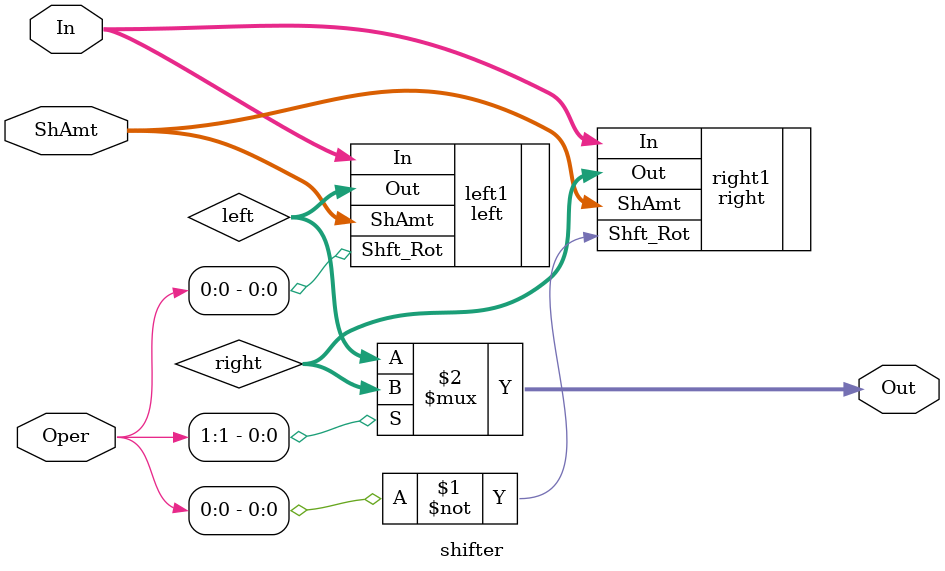
<source format=v>
/*
    CS/ECE 552 FALL '22
    Homework #2, Problem 2
    
    A barrel shifter module.  It is designed to shift a number via rotate
    left, shift left, shift right arithmetic, or shift right logical based
    on the 'Oper' value that is passed in.  It uses these
    shifts to shift the value any number of bits.
 */
module shifter (In, ShAmt, Oper, Out);

    // declare constant for size of inputs, outputs, and # bits to shift
    parameter OPERAND_WIDTH = 16;
    parameter SHAMT_WIDTH   =  4;
    parameter NUM_OPERATIONS = 2;

    input  [OPERAND_WIDTH -1:0] In   ; // Input operand
    input  [SHAMT_WIDTH   -1:0] ShAmt; // Amount to shift/rotate
    input  [NUM_OPERATIONS-1:0] Oper ; // Operation type
    output [OPERAND_WIDTH -1:0] Out  ; // Result of shift/rotate

    wire [OPERAND_WIDTH -1:0] left;
    wire [OPERAND_WIDTH -1:0] right;

    left left1(.In(In), .Shft_Rot(Oper[0]), .ShAmt(ShAmt), .Out(left));
    right right1(.In(In), .Shft_Rot(~Oper[0]), .ShAmt(ShAmt), .Out(right));

    assign Out = Oper[1] ? right : left;
   
endmodule

</source>
